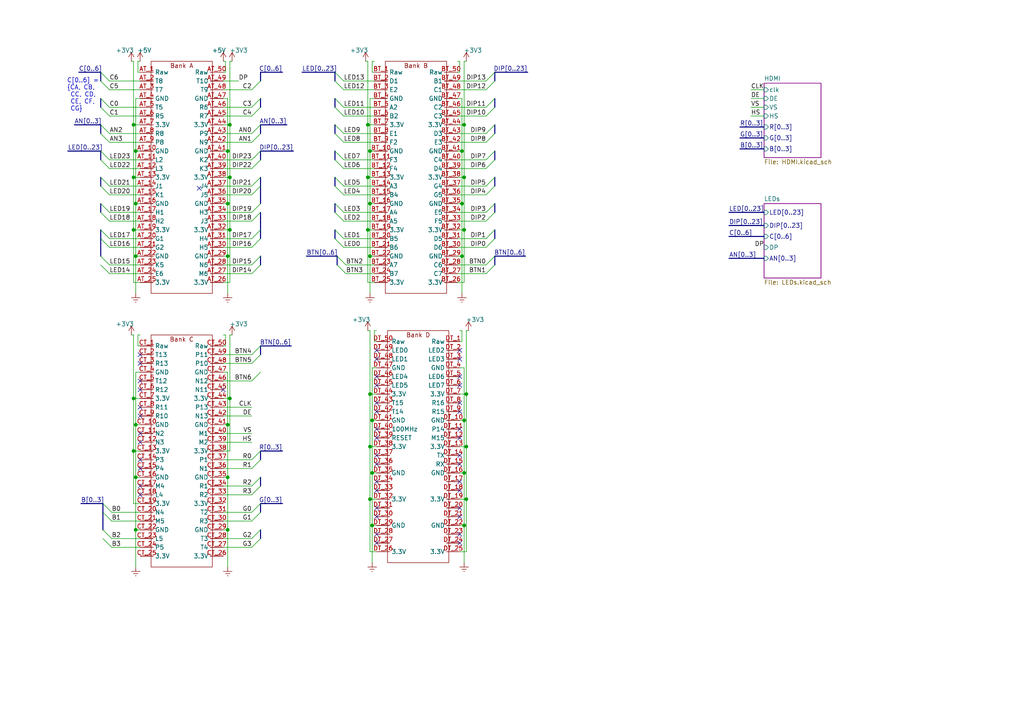
<source format=kicad_sch>
(kicad_sch (version 20200512) (host eeschema "(5.99.0-1662-g9db296991)")
  (page 1 3)
  (paper "A4")
  (junction (at 38.735 36.195))
  (junction (at 38.735 51.435))
  (junction (at 38.735 66.675))
  (junction (at 38.735 115.57))
  (junction (at 38.735 130.81))
  (junction (at 39.37 43.815))
  (junction (at 39.37 59.055))
  (junction (at 39.37 74.295))
  (junction (at 39.37 123.19))
  (junction (at 39.37 138.43))
  (junction (at 39.37 153.67))
  (junction (at 66.04 43.815))
  (junction (at 66.04 59.055))
  (junction (at 66.04 74.295))
  (junction (at 66.04 123.19))
  (junction (at 66.04 138.43))
  (junction (at 66.04 153.67))
  (junction (at 66.675 36.195))
  (junction (at 66.675 51.435))
  (junction (at 66.675 66.675))
  (junction (at 66.675 115.57))
  (junction (at 106.68 36.195))
  (junction (at 106.68 51.435))
  (junction (at 106.68 66.675))
  (junction (at 107.315 43.815))
  (junction (at 107.315 59.055))
  (junction (at 107.315 74.295))
  (junction (at 107.315 114.3))
  (junction (at 107.315 129.54))
  (junction (at 107.315 144.78))
  (junction (at 107.95 121.92))
  (junction (at 107.95 137.16))
  (junction (at 107.95 152.4))
  (junction (at 133.985 43.815))
  (junction (at 133.985 59.055))
  (junction (at 133.985 74.295))
  (junction (at 134.62 36.195))
  (junction (at 134.62 51.435))
  (junction (at 134.62 66.675))
  (junction (at 134.62 121.92))
  (junction (at 134.62 137.16))
  (junction (at 134.62 152.4))
  (junction (at 135.255 114.3))
  (junction (at 135.255 129.54))
  (junction (at 135.255 144.78))
  (no_connect (at 40.64 110.49))
  (no_connect (at 133.35 104.14))
  (no_connect (at 109.22 119.38))
  (no_connect (at 40.64 128.27))
  (no_connect (at 40.64 143.51))
  (no_connect (at 133.35 127))
  (no_connect (at 109.22 132.08))
  (no_connect (at 109.22 134.62))
  (no_connect (at 109.22 101.6))
  (no_connect (at 133.35 142.24))
  (no_connect (at 133.35 157.48))
  (no_connect (at 133.35 154.94))
  (no_connect (at 133.35 132.08))
  (no_connect (at 109.22 149.86))
  (no_connect (at 109.22 154.94))
  (no_connect (at 133.35 101.6))
  (no_connect (at 109.22 104.14))
  (no_connect (at 40.64 118.11))
  (no_connect (at 133.35 139.7))
  (no_connect (at 40.64 135.89))
  (no_connect (at 133.35 124.46))
  (no_connect (at 109.22 116.84))
  (no_connect (at 133.35 109.22))
  (no_connect (at 109.22 139.7))
  (no_connect (at 133.35 134.62))
  (no_connect (at 57.785 54.61))
  (no_connect (at 40.64 105.41))
  (no_connect (at 40.64 120.65))
  (no_connect (at 40.64 113.03))
  (no_connect (at 133.35 149.86))
  (no_connect (at 40.64 102.87))
  (no_connect (at 109.22 109.22))
  (no_connect (at 40.64 133.35))
  (no_connect (at 133.35 119.38))
  (no_connect (at 109.22 124.46))
  (no_connect (at 133.35 147.32))
  (no_connect (at 109.22 111.76))
  (no_connect (at 109.22 157.48))
  (no_connect (at 40.64 125.73))
  (no_connect (at 64.77 113.03))
  (no_connect (at 133.35 116.84))
  (no_connect (at 133.35 111.76))
  (no_connect (at 109.22 142.24))
  (no_connect (at 109.22 147.32))
  (no_connect (at 109.22 127))
  (no_connect (at 40.64 140.97))
  (bus_entry (at 29.21 20.955) (size 2.54 2.54))
  (bus_entry (at 29.21 23.495) (size 2.54 2.54))
  (bus_entry (at 29.21 28.575) (size 2.54 2.54))
  (bus_entry (at 29.21 31.115) (size 2.54 2.54))
  (bus_entry (at 29.21 36.195) (size 2.54 2.54))
  (bus_entry (at 29.21 38.735) (size 2.54 2.54))
  (bus_entry (at 29.21 43.815) (size 2.54 2.54))
  (bus_entry (at 29.21 46.355) (size 2.54 2.54))
  (bus_entry (at 29.21 51.435) (size 2.54 2.54))
  (bus_entry (at 29.21 53.975) (size 2.54 2.54))
  (bus_entry (at 29.21 59.055) (size 2.54 2.54))
  (bus_entry (at 29.21 61.595) (size 2.54 2.54))
  (bus_entry (at 29.21 66.675) (size 2.54 2.54))
  (bus_entry (at 29.21 69.215) (size 2.54 2.54))
  (bus_entry (at 29.21 74.295) (size 2.54 2.54))
  (bus_entry (at 29.21 76.835) (size 2.54 2.54))
  (bus_entry (at 29.845 146.05) (size 2.54 2.54))
  (bus_entry (at 29.845 148.59) (size 2.54 2.54))
  (bus_entry (at 29.845 153.67) (size 2.54 2.54))
  (bus_entry (at 29.845 156.21) (size 2.54 2.54))
  (bus_entry (at 75.565 23.495) (size -2.54 2.54))
  (bus_entry (at 75.565 28.575) (size -2.54 2.54))
  (bus_entry (at 75.565 31.115) (size -2.54 2.54))
  (bus_entry (at 75.565 36.195) (size -2.54 2.54))
  (bus_entry (at 75.565 38.735) (size -2.54 2.54))
  (bus_entry (at 75.565 43.815) (size -2.54 2.54))
  (bus_entry (at 75.565 46.355) (size -2.54 2.54))
  (bus_entry (at 75.565 51.435) (size -2.54 2.54))
  (bus_entry (at 75.565 53.975) (size -2.54 2.54))
  (bus_entry (at 75.565 59.055) (size -2.54 2.54))
  (bus_entry (at 75.565 61.595) (size -2.54 2.54))
  (bus_entry (at 75.565 66.675) (size -2.54 2.54))
  (bus_entry (at 75.565 69.215) (size -2.54 2.54))
  (bus_entry (at 75.565 74.295) (size -2.54 2.54))
  (bus_entry (at 75.565 76.835) (size -2.54 2.54))
  (bus_entry (at 75.565 100.33) (size -2.54 2.54))
  (bus_entry (at 75.565 102.87) (size -2.54 2.54))
  (bus_entry (at 75.565 107.95) (size -2.54 2.54))
  (bus_entry (at 75.565 130.81) (size -2.54 2.54))
  (bus_entry (at 75.565 133.35) (size -2.54 2.54))
  (bus_entry (at 75.565 138.43) (size -2.54 2.54))
  (bus_entry (at 75.565 140.97) (size -2.54 2.54))
  (bus_entry (at 75.565 146.05) (size -2.54 2.54))
  (bus_entry (at 75.565 148.59) (size -2.54 2.54))
  (bus_entry (at 75.565 153.67) (size -2.54 2.54))
  (bus_entry (at 75.565 156.21) (size -2.54 2.54))
  (bus_entry (at 97.155 20.955) (size 2.54 2.54))
  (bus_entry (at 97.155 23.495) (size 2.54 2.54))
  (bus_entry (at 97.155 28.575) (size 2.54 2.54))
  (bus_entry (at 97.155 31.115) (size 2.54 2.54))
  (bus_entry (at 97.155 36.195) (size 2.54 2.54))
  (bus_entry (at 97.155 38.735) (size 2.54 2.54))
  (bus_entry (at 97.155 43.815) (size 2.54 2.54))
  (bus_entry (at 97.155 46.355) (size 2.54 2.54))
  (bus_entry (at 97.155 51.435) (size 2.54 2.54))
  (bus_entry (at 97.155 53.975) (size 2.54 2.54))
  (bus_entry (at 97.155 59.055) (size 2.54 2.54))
  (bus_entry (at 97.155 61.595) (size 2.54 2.54))
  (bus_entry (at 97.155 66.675) (size 2.54 2.54))
  (bus_entry (at 97.155 69.215) (size 2.54 2.54))
  (bus_entry (at 97.79 74.295) (size 2.54 2.54))
  (bus_entry (at 97.79 76.835) (size 2.54 2.54))
  (bus_entry (at 143.51 20.955) (size -2.54 2.54))
  (bus_entry (at 143.51 23.495) (size -2.54 2.54))
  (bus_entry (at 143.51 28.575) (size -2.54 2.54))
  (bus_entry (at 143.51 31.115) (size -2.54 2.54))
  (bus_entry (at 143.51 36.195) (size -2.54 2.54))
  (bus_entry (at 143.51 38.735) (size -2.54 2.54))
  (bus_entry (at 143.51 43.815) (size -2.54 2.54))
  (bus_entry (at 143.51 46.355) (size -2.54 2.54))
  (bus_entry (at 143.51 51.435) (size -2.54 2.54))
  (bus_entry (at 143.51 53.975) (size -2.54 2.54))
  (bus_entry (at 143.51 59.055) (size -2.54 2.54))
  (bus_entry (at 143.51 61.595) (size -2.54 2.54))
  (bus_entry (at 143.51 66.675) (size -2.54 2.54))
  (bus_entry (at 143.51 69.215) (size -2.54 2.54))
  (bus_entry (at 143.51 74.295) (size -2.54 2.54))
  (bus_entry (at 143.51 76.835) (size -2.54 2.54))
  (wire (pts (xy 31.75 23.495) (xy 40.64 23.495)))
  (wire (pts (xy 31.75 26.035) (xy 40.64 26.035)))
  (wire (pts (xy 31.75 31.115) (xy 40.64 31.115)))
  (wire (pts (xy 31.75 33.655) (xy 40.64 33.655)))
  (wire (pts (xy 31.75 38.735) (xy 40.64 38.735)))
  (wire (pts (xy 31.75 41.275) (xy 40.64 41.275)))
  (wire (pts (xy 31.75 46.355) (xy 40.64 46.355)))
  (wire (pts (xy 31.75 48.895) (xy 40.64 48.895)))
  (wire (pts (xy 31.75 53.975) (xy 40.64 53.975)))
  (wire (pts (xy 31.75 56.515) (xy 40.64 56.515)))
  (wire (pts (xy 31.75 61.595) (xy 40.64 61.595)))
  (wire (pts (xy 31.75 64.135) (xy 40.64 64.135)))
  (wire (pts (xy 31.75 69.215) (xy 40.64 69.215)))
  (wire (pts (xy 31.75 71.755) (xy 40.64 71.755)))
  (wire (pts (xy 31.75 76.835) (xy 40.64 76.835)))
  (wire (pts (xy 31.75 79.375) (xy 40.64 79.375)))
  (wire (pts (xy 38.735 17.78) (xy 38.1 17.78)))
  (wire (pts (xy 38.735 36.195) (xy 38.735 17.78)))
  (wire (pts (xy 38.735 51.435) (xy 38.735 36.195)))
  (wire (pts (xy 38.735 66.675) (xy 38.735 51.435)))
  (wire (pts (xy 38.735 81.915) (xy 38.735 66.675)))
  (wire (pts (xy 38.735 97.155) (xy 38.1 97.155)))
  (wire (pts (xy 38.735 115.57) (xy 38.735 97.155)))
  (wire (pts (xy 38.735 130.81) (xy 38.735 115.57)))
  (wire (pts (xy 38.735 146.05) (xy 38.735 130.81)))
  (wire (pts (xy 39.37 28.575) (xy 39.37 43.815)))
  (wire (pts (xy 39.37 43.815) (xy 39.37 59.055)))
  (wire (pts (xy 39.37 59.055) (xy 39.37 74.295)))
  (wire (pts (xy 39.37 74.295) (xy 39.37 85.09)))
  (wire (pts (xy 39.37 107.95) (xy 39.37 123.19)))
  (wire (pts (xy 39.37 123.19) (xy 39.37 138.43)))
  (wire (pts (xy 39.37 138.43) (xy 39.37 153.67)))
  (wire (pts (xy 39.37 153.67) (xy 39.37 164.465)))
  (wire (pts (xy 40.005 17.78) (xy 40.005 20.955)))
  (wire (pts (xy 40.005 17.78) (xy 40.64 17.78)))
  (wire (pts (xy 40.005 20.955) (xy 40.64 20.955)))
  (wire (pts (xy 40.005 97.155) (xy 40.64 97.155)))
  (wire (pts (xy 40.005 100.33) (xy 40.005 97.155)))
  (wire (pts (xy 40.64 28.575) (xy 39.37 28.575)))
  (wire (pts (xy 40.64 36.195) (xy 38.735 36.195)))
  (wire (pts (xy 40.64 43.815) (xy 39.37 43.815)))
  (wire (pts (xy 40.64 51.435) (xy 38.735 51.435)))
  (wire (pts (xy 40.64 59.055) (xy 39.37 59.055)))
  (wire (pts (xy 40.64 66.675) (xy 38.735 66.675)))
  (wire (pts (xy 40.64 74.295) (xy 39.37 74.295)))
  (wire (pts (xy 40.64 81.915) (xy 38.735 81.915)))
  (wire (pts (xy 40.64 100.33) (xy 40.005 100.33)))
  (wire (pts (xy 40.64 107.95) (xy 39.37 107.95)))
  (wire (pts (xy 40.64 115.57) (xy 38.735 115.57)))
  (wire (pts (xy 40.64 123.19) (xy 39.37 123.19)))
  (wire (pts (xy 40.64 130.81) (xy 38.735 130.81)))
  (wire (pts (xy 40.64 138.43) (xy 39.37 138.43)))
  (wire (pts (xy 40.64 146.05) (xy 38.735 146.05)))
  (wire (pts (xy 40.64 148.59) (xy 32.385 148.59)))
  (wire (pts (xy 40.64 151.13) (xy 32.385 151.13)))
  (wire (pts (xy 40.64 153.67) (xy 39.37 153.67)))
  (wire (pts (xy 40.64 156.21) (xy 32.385 156.21)))
  (wire (pts (xy 40.64 158.75) (xy 32.385 158.75)))
  (wire (pts (xy 64.77 23.495) (xy 69.215 23.495)))
  (wire (pts (xy 64.77 26.035) (xy 73.025 26.035)))
  (wire (pts (xy 64.77 28.575) (xy 66.04 28.575)))
  (wire (pts (xy 64.77 31.115) (xy 73.025 31.115)))
  (wire (pts (xy 64.77 33.655) (xy 73.025 33.655)))
  (wire (pts (xy 64.77 36.195) (xy 66.675 36.195)))
  (wire (pts (xy 64.77 38.735) (xy 73.025 38.735)))
  (wire (pts (xy 64.77 41.275) (xy 73.025 41.275)))
  (wire (pts (xy 64.77 43.815) (xy 66.04 43.815)))
  (wire (pts (xy 64.77 46.355) (xy 73.025 46.355)))
  (wire (pts (xy 64.77 48.895) (xy 73.025 48.895)))
  (wire (pts (xy 64.77 51.435) (xy 66.675 51.435)))
  (wire (pts (xy 64.77 53.975) (xy 73.025 53.975)))
  (wire (pts (xy 64.77 56.515) (xy 73.025 56.515)))
  (wire (pts (xy 64.77 59.055) (xy 66.04 59.055)))
  (wire (pts (xy 64.77 61.595) (xy 73.025 61.595)))
  (wire (pts (xy 64.77 64.135) (xy 73.025 64.135)))
  (wire (pts (xy 64.77 66.675) (xy 66.675 66.675)))
  (wire (pts (xy 64.77 69.215) (xy 73.025 69.215)))
  (wire (pts (xy 64.77 71.755) (xy 73.025 71.755)))
  (wire (pts (xy 64.77 74.295) (xy 66.04 74.295)))
  (wire (pts (xy 64.77 76.835) (xy 73.025 76.835)))
  (wire (pts (xy 64.77 79.375) (xy 73.025 79.375)))
  (wire (pts (xy 64.77 81.915) (xy 66.675 81.915)))
  (wire (pts (xy 64.77 100.33) (xy 65.405 100.33)))
  (wire (pts (xy 64.77 102.87) (xy 73.025 102.87)))
  (wire (pts (xy 64.77 105.41) (xy 73.025 105.41)))
  (wire (pts (xy 64.77 107.95) (xy 66.04 107.95)))
  (wire (pts (xy 64.77 110.49) (xy 73.025 110.49)))
  (wire (pts (xy 64.77 115.57) (xy 66.675 115.57)))
  (wire (pts (xy 64.77 118.11) (xy 73.025 118.11)))
  (wire (pts (xy 64.77 123.19) (xy 66.04 123.19)))
  (wire (pts (xy 64.77 125.73) (xy 73.025 125.73)))
  (wire (pts (xy 64.77 130.81) (xy 66.675 130.81)))
  (wire (pts (xy 64.77 133.35) (xy 73.025 133.35)))
  (wire (pts (xy 64.77 135.89) (xy 73.025 135.89)))
  (wire (pts (xy 64.77 138.43) (xy 66.04 138.43)))
  (wire (pts (xy 64.77 140.97) (xy 73.025 140.97)))
  (wire (pts (xy 64.77 143.51) (xy 73.025 143.51)))
  (wire (pts (xy 64.77 148.59) (xy 73.025 148.59)))
  (wire (pts (xy 64.77 151.13) (xy 73.025 151.13)))
  (wire (pts (xy 64.77 153.67) (xy 66.04 153.67)))
  (wire (pts (xy 64.77 156.21) (xy 73.025 156.21)))
  (wire (pts (xy 64.77 158.75) (xy 73.025 158.75)))
  (wire (pts (xy 65.405 17.78) (xy 64.77 17.78)))
  (wire (pts (xy 65.405 17.78) (xy 65.405 20.955)))
  (wire (pts (xy 65.405 20.955) (xy 64.77 20.955)))
  (wire (pts (xy 65.405 97.155) (xy 64.77 97.155)))
  (wire (pts (xy 65.405 100.33) (xy 65.405 97.155)))
  (wire (pts (xy 66.04 28.575) (xy 66.04 43.815)))
  (wire (pts (xy 66.04 43.815) (xy 66.04 59.055)))
  (wire (pts (xy 66.04 59.055) (xy 66.04 74.295)))
  (wire (pts (xy 66.04 74.295) (xy 66.04 85.09)))
  (wire (pts (xy 66.04 107.95) (xy 66.04 123.19)))
  (wire (pts (xy 66.04 123.19) (xy 66.04 138.43)))
  (wire (pts (xy 66.04 138.43) (xy 66.04 153.67)))
  (wire (pts (xy 66.04 153.67) (xy 66.04 164.465)))
  (wire (pts (xy 66.675 17.78) (xy 67.31 17.78)))
  (wire (pts (xy 66.675 36.195) (xy 66.675 17.78)))
  (wire (pts (xy 66.675 51.435) (xy 66.675 36.195)))
  (wire (pts (xy 66.675 66.675) (xy 66.675 51.435)))
  (wire (pts (xy 66.675 81.915) (xy 66.675 66.675)))
  (wire (pts (xy 66.675 97.155) (xy 67.31 97.155)))
  (wire (pts (xy 66.675 115.57) (xy 66.675 97.155)))
  (wire (pts (xy 66.675 130.81) (xy 66.675 115.57)))
  (wire (pts (xy 73.025 120.65) (xy 64.77 120.65)))
  (wire (pts (xy 73.025 128.27) (xy 64.77 128.27)))
  (wire (pts (xy 99.695 23.495) (xy 108.585 23.495)))
  (wire (pts (xy 99.695 26.035) (xy 108.585 26.035)))
  (wire (pts (xy 99.695 31.115) (xy 108.585 31.115)))
  (wire (pts (xy 99.695 33.655) (xy 108.585 33.655)))
  (wire (pts (xy 99.695 38.735) (xy 108.585 38.735)))
  (wire (pts (xy 99.695 41.275) (xy 108.585 41.275)))
  (wire (pts (xy 99.695 46.355) (xy 108.585 46.355)))
  (wire (pts (xy 99.695 48.895) (xy 108.585 48.895)))
  (wire (pts (xy 99.695 53.975) (xy 108.585 53.975)))
  (wire (pts (xy 99.695 56.515) (xy 108.585 56.515)))
  (wire (pts (xy 99.695 61.595) (xy 108.585 61.595)))
  (wire (pts (xy 99.695 64.135) (xy 108.585 64.135)))
  (wire (pts (xy 99.695 69.215) (xy 108.585 69.215)))
  (wire (pts (xy 99.695 71.755) (xy 108.585 71.755)))
  (wire (pts (xy 106.68 17.78) (xy 106.045 17.78)))
  (wire (pts (xy 106.68 36.195) (xy 106.68 17.78)))
  (wire (pts (xy 106.68 51.435) (xy 106.68 36.195)))
  (wire (pts (xy 106.68 66.675) (xy 106.68 51.435)))
  (wire (pts (xy 106.68 81.915) (xy 106.68 66.675)))
  (wire (pts (xy 107.315 28.575) (xy 107.315 43.815)))
  (wire (pts (xy 107.315 43.815) (xy 107.315 59.055)))
  (wire (pts (xy 107.315 59.055) (xy 107.315 74.295)))
  (wire (pts (xy 107.315 74.295) (xy 107.315 85.09)))
  (wire (pts (xy 107.315 95.885) (xy 106.68 95.885)))
  (wire (pts (xy 107.315 114.3) (xy 107.315 95.885)))
  (wire (pts (xy 107.315 129.54) (xy 107.315 114.3)))
  (wire (pts (xy 107.315 144.78) (xy 107.315 129.54)))
  (wire (pts (xy 107.315 160.02) (xy 107.315 144.78)))
  (wire (pts (xy 107.95 17.78) (xy 108.585 17.78)))
  (wire (pts (xy 107.95 20.955) (xy 107.95 17.78)))
  (wire (pts (xy 107.95 106.68) (xy 107.95 121.92)))
  (wire (pts (xy 107.95 121.92) (xy 107.95 137.16)))
  (wire (pts (xy 107.95 137.16) (xy 107.95 152.4)))
  (wire (pts (xy 107.95 152.4) (xy 107.95 163.195)))
  (wire (pts (xy 108.585 20.955) (xy 107.95 20.955)))
  (wire (pts (xy 108.585 28.575) (xy 107.315 28.575)))
  (wire (pts (xy 108.585 36.195) (xy 106.68 36.195)))
  (wire (pts (xy 108.585 43.815) (xy 107.315 43.815)))
  (wire (pts (xy 108.585 51.435) (xy 106.68 51.435)))
  (wire (pts (xy 108.585 59.055) (xy 107.315 59.055)))
  (wire (pts (xy 108.585 66.675) (xy 106.68 66.675)))
  (wire (pts (xy 108.585 74.295) (xy 107.315 74.295)))
  (wire (pts (xy 108.585 76.835) (xy 100.33 76.835)))
  (wire (pts (xy 108.585 79.375) (xy 100.33 79.375)))
  (wire (pts (xy 108.585 81.915) (xy 106.68 81.915)))
  (wire (pts (xy 108.585 95.885) (xy 109.22 95.885)))
  (wire (pts (xy 108.585 99.06) (xy 108.585 95.885)))
  (wire (pts (xy 109.22 99.06) (xy 108.585 99.06)))
  (wire (pts (xy 109.22 106.68) (xy 107.95 106.68)))
  (wire (pts (xy 109.22 114.3) (xy 107.315 114.3)))
  (wire (pts (xy 109.22 121.92) (xy 107.95 121.92)))
  (wire (pts (xy 109.22 129.54) (xy 107.315 129.54)))
  (wire (pts (xy 109.22 137.16) (xy 107.95 137.16)))
  (wire (pts (xy 109.22 144.78) (xy 107.315 144.78)))
  (wire (pts (xy 109.22 152.4) (xy 107.95 152.4)))
  (wire (pts (xy 109.22 160.02) (xy 107.315 160.02)))
  (wire (pts (xy 132.715 20.955) (xy 133.35 20.955)))
  (wire (pts (xy 132.715 23.495) (xy 140.97 23.495)))
  (wire (pts (xy 132.715 26.035) (xy 140.97 26.035)))
  (wire (pts (xy 132.715 28.575) (xy 133.985 28.575)))
  (wire (pts (xy 132.715 31.115) (xy 140.97 31.115)))
  (wire (pts (xy 132.715 33.655) (xy 140.97 33.655)))
  (wire (pts (xy 132.715 36.195) (xy 134.62 36.195)))
  (wire (pts (xy 132.715 38.735) (xy 140.97 38.735)))
  (wire (pts (xy 132.715 41.275) (xy 140.97 41.275)))
  (wire (pts (xy 132.715 43.815) (xy 133.985 43.815)))
  (wire (pts (xy 132.715 46.355) (xy 140.97 46.355)))
  (wire (pts (xy 132.715 48.895) (xy 140.97 48.895)))
  (wire (pts (xy 132.715 51.435) (xy 134.62 51.435)))
  (wire (pts (xy 132.715 53.975) (xy 140.97 53.975)))
  (wire (pts (xy 132.715 56.515) (xy 140.97 56.515)))
  (wire (pts (xy 132.715 59.055) (xy 133.985 59.055)))
  (wire (pts (xy 132.715 61.595) (xy 140.97 61.595)))
  (wire (pts (xy 132.715 64.135) (xy 140.97 64.135)))
  (wire (pts (xy 132.715 66.675) (xy 134.62 66.675)))
  (wire (pts (xy 132.715 69.215) (xy 140.97 69.215)))
  (wire (pts (xy 132.715 71.755) (xy 140.97 71.755)))
  (wire (pts (xy 132.715 74.295) (xy 133.985 74.295)))
  (wire (pts (xy 132.715 76.835) (xy 140.97 76.835)))
  (wire (pts (xy 132.715 79.375) (xy 140.97 79.375)))
  (wire (pts (xy 132.715 81.915) (xy 134.62 81.915)))
  (wire (pts (xy 133.35 17.78) (xy 132.715 17.78)))
  (wire (pts (xy 133.35 20.955) (xy 133.35 17.78)))
  (wire (pts (xy 133.35 99.06) (xy 133.985 99.06)))
  (wire (pts (xy 133.35 106.68) (xy 134.62 106.68)))
  (wire (pts (xy 133.35 114.3) (xy 135.255 114.3)))
  (wire (pts (xy 133.35 121.92) (xy 134.62 121.92)))
  (wire (pts (xy 133.35 129.54) (xy 135.255 129.54)))
  (wire (pts (xy 133.35 137.16) (xy 134.62 137.16)))
  (wire (pts (xy 133.35 144.78) (xy 135.255 144.78)))
  (wire (pts (xy 133.35 152.4) (xy 134.62 152.4)))
  (wire (pts (xy 133.35 160.02) (xy 135.255 160.02)))
  (wire (pts (xy 133.985 28.575) (xy 133.985 43.815)))
  (wire (pts (xy 133.985 43.815) (xy 133.985 59.055)))
  (wire (pts (xy 133.985 59.055) (xy 133.985 74.295)))
  (wire (pts (xy 133.985 74.295) (xy 133.985 85.09)))
  (wire (pts (xy 133.985 95.885) (xy 133.35 95.885)))
  (wire (pts (xy 133.985 99.06) (xy 133.985 95.885)))
  (wire (pts (xy 134.62 17.78) (xy 135.255 17.78)))
  (wire (pts (xy 134.62 36.195) (xy 134.62 17.78)))
  (wire (pts (xy 134.62 51.435) (xy 134.62 36.195)))
  (wire (pts (xy 134.62 66.675) (xy 134.62 51.435)))
  (wire (pts (xy 134.62 81.915) (xy 134.62 66.675)))
  (wire (pts (xy 134.62 106.68) (xy 134.62 121.92)))
  (wire (pts (xy 134.62 121.92) (xy 134.62 137.16)))
  (wire (pts (xy 134.62 137.16) (xy 134.62 152.4)))
  (wire (pts (xy 134.62 152.4) (xy 134.62 163.195)))
  (wire (pts (xy 135.255 95.885) (xy 135.89 95.885)))
  (wire (pts (xy 135.255 114.3) (xy 135.255 95.885)))
  (wire (pts (xy 135.255 129.54) (xy 135.255 114.3)))
  (wire (pts (xy 135.255 144.78) (xy 135.255 129.54)))
  (wire (pts (xy 135.255 160.02) (xy 135.255 144.78)))
  (wire (pts (xy 217.805 26.035) (xy 221.615 26.035)))
  (wire (pts (xy 217.805 28.575) (xy 221.615 28.575)))
  (wire (pts (xy 217.805 31.115) (xy 221.615 31.115)))
  (wire (pts (xy 217.805 33.655) (xy 221.615 33.655)))
  (bus (pts (xy 19.685 43.815) (xy 29.21 43.815)))
  (bus (pts (xy 29.21 20.955) (xy 22.86 20.955)))
  (bus (pts (xy 29.21 20.955) (xy 29.21 28.575)))
  (bus (pts (xy 29.21 28.575) (xy 29.21 31.115)))
  (bus (pts (xy 29.21 36.195) (xy 21.59 36.195)))
  (bus (pts (xy 29.21 36.195) (xy 29.21 38.735)))
  (bus (pts (xy 29.21 43.815) (xy 29.21 51.435)))
  (bus (pts (xy 29.21 51.435) (xy 29.21 59.055)))
  (bus (pts (xy 29.21 59.055) (xy 29.21 66.675)))
  (bus (pts (xy 29.21 66.675) (xy 29.21 69.215)))
  (bus (pts (xy 29.21 69.215) (xy 29.21 76.835)))
  (bus (pts (xy 29.845 146.05) (xy 23.495 146.05)))
  (bus (pts (xy 29.845 146.05) (xy 29.845 148.59)))
  (bus (pts (xy 29.845 148.59) (xy 29.845 156.21)))
  (bus (pts (xy 75.565 20.955) (xy 75.565 28.575)))
  (bus (pts (xy 75.565 20.955) (xy 81.915 20.955)))
  (bus (pts (xy 75.565 28.575) (xy 75.565 31.115)))
  (bus (pts (xy 75.565 36.195) (xy 75.565 38.735)))
  (bus (pts (xy 75.565 36.195) (xy 83.185 36.195)))
  (bus (pts (xy 75.565 43.815) (xy 75.565 51.435)))
  (bus (pts (xy 75.565 43.815) (xy 85.09 43.815)))
  (bus (pts (xy 75.565 51.435) (xy 75.565 53.975)))
  (bus (pts (xy 75.565 53.975) (xy 75.565 61.595)))
  (bus (pts (xy 75.565 61.595) (xy 75.565 66.675)))
  (bus (pts (xy 75.565 66.675) (xy 75.565 74.295)))
  (bus (pts (xy 75.565 74.295) (xy 75.565 76.835)))
  (bus (pts (xy 75.565 100.33) (xy 75.565 107.95)))
  (bus (pts (xy 75.565 100.33) (xy 84.455 100.33)))
  (bus (pts (xy 75.565 130.81) (xy 75.565 138.43)))
  (bus (pts (xy 75.565 130.81) (xy 81.915 130.81)))
  (bus (pts (xy 75.565 138.43) (xy 75.565 140.97)))
  (bus (pts (xy 75.565 146.05) (xy 75.565 153.67)))
  (bus (pts (xy 75.565 146.05) (xy 81.915 146.05)))
  (bus (pts (xy 75.565 153.67) (xy 75.565 156.21)))
  (bus (pts (xy 87.63 20.955) (xy 97.155 20.955)))
  (bus (pts (xy 88.9 74.295) (xy 97.79 74.295)))
  (bus (pts (xy 97.155 20.955) (xy 97.155 28.575)))
  (bus (pts (xy 97.155 28.575) (xy 97.155 36.195)))
  (bus (pts (xy 97.155 36.195) (xy 97.155 43.815)))
  (bus (pts (xy 97.155 43.815) (xy 97.155 51.435)))
  (bus (pts (xy 97.155 51.435) (xy 97.155 59.055)))
  (bus (pts (xy 97.155 59.055) (xy 97.155 66.675)))
  (bus (pts (xy 97.155 66.675) (xy 97.155 69.215)))
  (bus (pts (xy 97.79 74.295) (xy 97.79 76.835)))
  (bus (pts (xy 143.51 20.955) (xy 143.51 28.575)))
  (bus (pts (xy 143.51 20.955) (xy 153.035 20.955)))
  (bus (pts (xy 143.51 28.575) (xy 143.51 36.195)))
  (bus (pts (xy 143.51 36.195) (xy 143.51 43.815)))
  (bus (pts (xy 143.51 43.815) (xy 143.51 51.435)))
  (bus (pts (xy 143.51 51.435) (xy 143.51 59.055)))
  (bus (pts (xy 143.51 59.055) (xy 143.51 66.675)))
  (bus (pts (xy 143.51 66.675) (xy 143.51 69.215)))
  (bus (pts (xy 143.51 74.295) (xy 143.51 76.835)))
  (bus (pts (xy 143.51 74.295) (xy 152.4 74.295)))
  (bus (pts (xy 211.455 61.595) (xy 221.615 61.595)))
  (bus (pts (xy 211.455 65.405) (xy 221.615 65.405)))
  (bus (pts (xy 214.63 36.83) (xy 221.615 36.83)))
  (bus (pts (xy 214.63 40.005) (xy 221.615 40.005)))
  (bus (pts (xy 214.63 43.18) (xy 221.615 43.18)))
  (bus (pts (xy 221.615 68.58) (xy 211.455 68.58)))
  (bus (pts (xy 221.615 74.93) (xy 211.455 74.93)))
  (text "   C[0..6] = \n   {CA, CB,\n    CC, CD,\n    CE, CF,\n    CG}" (at 16.51 32.385 0) (effects (font (size 1.27 1.27)) (justify left bottom)))
  (label "LED[0..23]" (at 19.685 43.815 0))
  (label "AN[0..3]" (at 21.59 36.195 0))
  (label "C[0..6]" (at 22.86 20.955 0))
  (label "B[0..3]" (at 23.495 146.05 0))
  (label "C6" (at 31.75 23.495 0))
  (label "C5" (at 31.75 26.035 0))
  (label "C0" (at 31.75 31.115 0))
  (label "C1" (at 31.75 33.655 0))
  (label "AN2" (at 31.75 38.735 0))
  (label "AN3" (at 31.75 41.275 0))
  (label "LED23" (at 31.75 46.355 0))
  (label "LED22" (at 31.75 48.895 0))
  (label "LED21" (at 31.75 53.975 0))
  (label "LED20" (at 31.75 56.515 0))
  (label "LED19" (at 31.75 61.595 0))
  (label "LED18" (at 31.75 64.135 0))
  (label "LED17" (at 31.75 69.215 0))
  (label "LED16" (at 31.75 71.755 0))
  (label "LED15" (at 31.75 76.835 0))
  (label "LED14" (at 31.75 79.375 0))
  (label "B0" (at 32.385 148.59 0))
  (label "B1" (at 32.385 151.13 0))
  (label "B2" (at 32.385 156.21 0))
  (label "B3" (at 32.385 158.75 0))
  (label "DP" (at 69.215 23.495 0))
  (label "C2" (at 73.025 26.035 180))
  (label "C3" (at 73.025 31.115 180))
  (label "C4" (at 73.025 33.655 180))
  (label "AN0" (at 73.025 38.735 180))
  (label "AN1" (at 73.025 41.275 180))
  (label "DIP23" (at 73.025 46.355 180))
  (label "DIP22" (at 73.025 48.895 180))
  (label "DIP21" (at 73.025 53.975 180))
  (label "DIP20" (at 73.025 56.515 180))
  (label "DIP19" (at 73.025 61.595 180))
  (label "DIP18" (at 73.025 64.135 180))
  (label "DIP17" (at 73.025 69.215 180))
  (label "DIP16" (at 73.025 71.755 180))
  (label "DIP15" (at 73.025 76.835 180))
  (label "DIP14" (at 73.025 79.375 180))
  (label "BTN4" (at 73.025 102.87 180))
  (label "BTN5" (at 73.025 105.41 180))
  (label "BTN6" (at 73.025 110.49 180))
  (label "CLK" (at 73.025 118.11 180))
  (label "DE" (at 73.025 120.65 180))
  (label "VS" (at 73.025 125.73 180))
  (label "HS" (at 73.025 128.27 180))
  (label "R0" (at 73.025 133.35 180))
  (label "R1" (at 73.025 135.89 180))
  (label "R2" (at 73.025 140.97 180))
  (label "R3" (at 73.025 143.51 180))
  (label "G0" (at 73.025 148.59 180))
  (label "G1" (at 73.025 151.13 180))
  (label "G2" (at 73.025 156.21 180))
  (label "G3" (at 73.025 158.75 180))
  (label "C[0..6]" (at 81.915 20.955 180))
  (label "R[0..3]" (at 81.915 130.81 180))
  (label "G[0..3]" (at 81.915 146.05 180))
  (label "AN[0..3]" (at 83.185 36.195 180))
  (label "BTN[0..6]" (at 84.455 100.33 180))
  (label "DIP[0..23]" (at 85.09 43.815 180))
  (label "LED[0..23]" (at 87.63 20.955 0))
  (label "BTN[0..6]" (at 88.9 74.295 0))
  (label "LED13" (at 99.695 23.495 0))
  (label "LED12" (at 99.695 26.035 0))
  (label "LED11" (at 99.695 31.115 0))
  (label "LED10" (at 99.695 33.655 0))
  (label "LED9" (at 99.695 38.735 0))
  (label "LED8" (at 99.695 41.275 0))
  (label "LED7" (at 99.695 46.355 0))
  (label "LED6" (at 99.695 48.895 0))
  (label "LED5" (at 99.695 53.975 0))
  (label "LED4" (at 99.695 56.515 0))
  (label "LED3" (at 99.695 61.595 0))
  (label "LED2" (at 99.695 64.135 0))
  (label "LED1" (at 99.695 69.215 0))
  (label "LED0" (at 99.695 71.755 0))
  (label "BTN2" (at 100.33 76.835 0))
  (label "BTN3" (at 100.33 79.375 0))
  (label "DIP13" (at 140.97 23.495 180))
  (label "DIP12" (at 140.97 26.035 180))
  (label "DIP11" (at 140.97 31.115 180))
  (label "DIP10" (at 140.97 33.655 180))
  (label "DIP9" (at 140.97 38.735 180))
  (label "DIP8" (at 140.97 41.275 180))
  (label "DIP7" (at 140.97 46.355 180))
  (label "DIP6" (at 140.97 48.895 180))
  (label "DIP5" (at 140.97 53.975 180))
  (label "DIP4" (at 140.97 56.515 180))
  (label "DIP3" (at 140.97 61.595 180))
  (label "DIP2" (at 140.97 64.135 180))
  (label "DIP1" (at 140.97 69.215 180))
  (label "DIP0" (at 140.97 71.755 180))
  (label "BTN0" (at 140.97 76.835 180))
  (label "BTN1" (at 140.97 79.375 180))
  (label "BTN[0..6]" (at 152.4 74.295 180))
  (label "DIP[0..23]" (at 153.035 20.955 180))
  (label "LED[0..23]" (at 211.455 61.595 0))
  (label "DIP[0..23]" (at 211.455 65.405 0))
  (label "C[0..6]" (at 211.455 68.58 0))
  (label "AN[0..3]" (at 211.455 74.93 0))
  (label "R[0..3]" (at 214.63 36.83 0))
  (label "G[0..3]" (at 214.63 40.005 0))
  (label "B[0..3]" (at 214.63 43.18 0))
  (label "CLK" (at 217.805 26.035 0))
  (label "DE" (at 217.805 28.575 0))
  (label "VS" (at 217.805 31.115 0))
  (label "HS" (at 217.805 33.655 0))
  (label "DP" (at 221.615 71.755 180))
  (symbol (lib_id "power:+3V3") (at 38.1 17.78 0) (unit 1)
    (property "Reference" "#PWR00" (effects hide))
    (property "Value" "+3V3" (at 36.195 14.605 0))
  )
  (symbol (lib_id "power:+3V3") (at 38.1 97.155 0) (unit 1)
    (property "Reference" "#PWR012" (effects hide))
    (property "Value" "+3V3" (at 36.195 93.98 0))
  )
  (symbol (lib_id "power:+5V") (at 40.64 17.78 0) (unit 1)
    (property "Reference" "#PWR01" (effects hide))
    (property "Value" "+5V" (at 41.91 14.605 0))
  )
  (symbol (lib_id "power:+5V") (at 64.77 17.78 0) (mirror y) (unit 1)
    (property "Reference" "#PWR02" (effects hide))
    (property "Value" "+5V" (at 63.5 14.605 0))
  )
  (symbol (lib_id "power:+3V3") (at 67.31 17.78 0) (mirror y) (unit 1)
    (property "Reference" "#PWR03" (effects hide))
    (property "Value" "+3V3" (at 69.215 14.605 0))
  )
  (symbol (lib_id "power:+3V3") (at 67.31 97.155 0) (mirror y) (unit 1)
    (property "Reference" "#PWR013" (effects hide))
    (property "Value" "+3V3" (at 69.215 93.98 0))
  )
  (symbol (lib_id "power:+3V3") (at 106.045 17.78 0) (unit 1)
    (property "Reference" "#PWR04" (effects hide))
    (property "Value" "+3V3" (at 104.14 14.605 0))
  )
  (symbol (lib_id "power:+3V3") (at 106.68 95.885 0) (unit 1)
    (property "Reference" "#PWR010" (effects hide))
    (property "Value" "+3V3" (at 104.775 92.71 0))
  )
  (symbol (lib_id "power:+3V3") (at 135.255 17.78 0) (mirror y) (unit 1)
    (property "Reference" "#PWR05" (effects hide))
    (property "Value" "+3V3" (at 137.16 14.605 0))
  )
  (symbol (lib_id "power:+3V3") (at 135.89 95.885 0) (mirror y) (unit 1)
    (property "Reference" "#PWR011" (effects hide))
    (property "Value" "+3V3" (at 137.795 92.71 0))
  )
  (symbol (lib_id "power:GNDREF") (at 39.37 85.09 0) (unit 1)
    (property "Reference" "#PWR06" (effects hide))
    (property "Value" "GNDREF" (effects hide))
  )
  (symbol (lib_id "power:GNDREF") (at 39.37 164.465 0) (mirror y) (unit 1)
    (property "Reference" "#PWR016" (effects hide))
    (property "Value" "GNDREF" (effects hide))
  )
  (symbol (lib_id "power:GNDREF") (at 66.04 85.09 0) (unit 1)
    (property "Reference" "#PWR07" (effects hide))
    (property "Value" "GNDREF" (effects hide))
  )
  (symbol (lib_id "power:GNDREF") (at 66.04 164.465 0) (unit 1)
    (property "Reference" "#PWR017" (effects hide))
    (property "Value" "GNDREF" (effects hide))
  )
  (symbol (lib_id "power:GNDREF") (at 107.315 85.09 0) (unit 1)
    (property "Reference" "#PWR08" (effects hide))
    (property "Value" "GNDREF" (effects hide))
  )
  (symbol (lib_id "power:GNDREF") (at 107.95 163.195 0) (mirror y) (unit 1)
    (property "Reference" "#PWR014" (effects hide))
    (property "Value" "GNDREF" (effects hide))
  )
  (symbol (lib_id "power:GNDREF") (at 133.985 85.09 0) (unit 1)
    (property "Reference" "#PWR09" (effects hide))
    (property "Value" "GNDREF" (effects hide))
  )
  (symbol (lib_id "power:GNDREF") (at 134.62 163.195 0) (unit 1)
    (property "Reference" "#PWR015" (effects hide))
    (property "Value" "GNDREF" (effects hide))
  )
  (symbol (lib_id "Custom_Symbols:Adaptor_both-alchitry_symbols") (at 43.815 85.09 0) (unit 1)
    (property "Reference" "U0" (effects hide))
    (property "Value" "boardmezzanine_new" (effects hide))
    (property "Footprint" "Custom_Parts:Alchitry_Top_Bottom" (effects hide))
  )
  (symbol (lib_id "Custom_Symbols:Adaptor_both-alchitry_symbols") (at 43.815 164.465 0) (unit 3)
    (property "Reference" "U0" (effects hide))
    (property "Value" "boardmezzanine_new" (effects hide))
    (property "Footprint" "Custom_Parts:Alchitry_Top_Bottom" (effects hide))
  )
  (symbol (lib_id "Custom_Symbols:Adaptor_both-alchitry_symbols") (at 111.76 85.09 0) (unit 2)
    (property "Reference" "U0" (effects hide))
    (property "Value" "boardmezzanine_new" (effects hide))
    (property "Footprint" "Custom_Parts:Alchitry_Top_Bottom" (effects hide))
  )
  (symbol (lib_id "Custom_Symbols:Adaptor_both-alchitry_symbols") (at 112.395 163.195 0) (unit 4)
    (property "Reference" "U0" (effects hide))
    (property "Value" "boardmezzanine_new" (effects hide))
    (property "Footprint" "Custom_Parts:Alchitry_Top_Bottom" (effects hide))
  )
  (sheet (at 221.615 24.13) (size 16.51 21.59) (stroke (width 0.1524) (color 132 0 132 1)) (fill (color 255 255 255 0.0000))
    (property "Sheet name" "HDMI" (at 221.615 23.4945 0) (effects (justify left bottom)))
    (property "Sheet file" "HDMI.kicad_sch" (at 221.615 46.2285 0) (effects (justify left top)))
    (pin "clk" input (at 221.615 26.035 180))
    (pin "DE" input (at 221.615 28.575 180))
    (pin "VS" input (at 221.615 31.115 180))
    (pin "HS" input (at 221.615 33.655 180))
    (pin "R[0..3]" input (at 221.615 36.83 180))
    (pin "G[0..3]" input (at 221.615 40.005 180))
    (pin "B[0..3]" input (at 221.615 43.18 180))
  )
  (sheet (at 221.615 59.055) (size 16.51 21.59) (stroke (width 0.1524) (color 132 0 132 1)) (fill (color 255 255 255 0.0000))
    (property "Sheet name" "LEDs" (at 221.615 58.4195 0) (effects (justify left bottom)))
    (property "Sheet file" "LEDs.kicad_sch" (at 221.615 81.1535 0) (effects (justify left top)))
    (pin "LED[0..23]" input (at 221.615 61.595 180))
    (pin "DIP[0..23]" input (at 221.615 65.405 180))
    (pin "C[0..6]" input (at 221.615 68.58 180))
    (pin "AN[0..3]" input (at 221.615 74.93 180))
    (pin "DP" input (at 221.615 71.755 180))
  )
)
</source>
